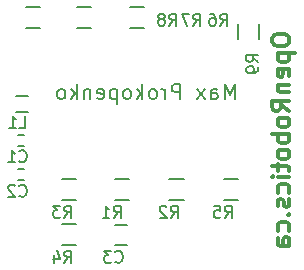
<source format=gbo>
G04 #@! TF.FileFunction,Legend,Bot*
%FSLAX46Y46*%
G04 Gerber Fmt 4.6, Leading zero omitted, Abs format (unit mm)*
G04 Created by KiCad (PCBNEW 4.0.1-stable) date 3/22/2016 7:23:55 PM*
%MOMM*%
G01*
G04 APERTURE LIST*
%ADD10C,0.100000*%
%ADD11C,0.203200*%
%ADD12C,0.300000*%
%ADD13C,0.150000*%
G04 APERTURE END LIST*
D10*
D11*
X183236810Y-88204524D02*
X183236810Y-86934524D01*
X182813477Y-87841667D01*
X182390143Y-86934524D01*
X182390143Y-88204524D01*
X181241095Y-88204524D02*
X181241095Y-87539286D01*
X181301572Y-87418333D01*
X181422524Y-87357857D01*
X181664429Y-87357857D01*
X181785381Y-87418333D01*
X181241095Y-88144048D02*
X181362048Y-88204524D01*
X181664429Y-88204524D01*
X181785381Y-88144048D01*
X181845857Y-88023095D01*
X181845857Y-87902143D01*
X181785381Y-87781190D01*
X181664429Y-87720714D01*
X181362048Y-87720714D01*
X181241095Y-87660238D01*
X180757285Y-88204524D02*
X180092047Y-87357857D01*
X180757285Y-87357857D02*
X180092047Y-88204524D01*
X178640619Y-88204524D02*
X178640619Y-86934524D01*
X178156810Y-86934524D01*
X178035857Y-86995000D01*
X177975381Y-87055476D01*
X177914905Y-87176429D01*
X177914905Y-87357857D01*
X177975381Y-87478810D01*
X178035857Y-87539286D01*
X178156810Y-87599762D01*
X178640619Y-87599762D01*
X177370619Y-88204524D02*
X177370619Y-87357857D01*
X177370619Y-87599762D02*
X177310143Y-87478810D01*
X177249667Y-87418333D01*
X177128714Y-87357857D01*
X177007762Y-87357857D01*
X176403000Y-88204524D02*
X176523953Y-88144048D01*
X176584429Y-88083571D01*
X176644905Y-87962619D01*
X176644905Y-87599762D01*
X176584429Y-87478810D01*
X176523953Y-87418333D01*
X176403000Y-87357857D01*
X176221572Y-87357857D01*
X176100620Y-87418333D01*
X176040143Y-87478810D01*
X175979667Y-87599762D01*
X175979667Y-87962619D01*
X176040143Y-88083571D01*
X176100620Y-88144048D01*
X176221572Y-88204524D01*
X176403000Y-88204524D01*
X175435381Y-88204524D02*
X175435381Y-86934524D01*
X175314429Y-87720714D02*
X174951572Y-88204524D01*
X174951572Y-87357857D02*
X175435381Y-87841667D01*
X174225857Y-88204524D02*
X174346810Y-88144048D01*
X174407286Y-88083571D01*
X174467762Y-87962619D01*
X174467762Y-87599762D01*
X174407286Y-87478810D01*
X174346810Y-87418333D01*
X174225857Y-87357857D01*
X174044429Y-87357857D01*
X173923477Y-87418333D01*
X173863000Y-87478810D01*
X173802524Y-87599762D01*
X173802524Y-87962619D01*
X173863000Y-88083571D01*
X173923477Y-88144048D01*
X174044429Y-88204524D01*
X174225857Y-88204524D01*
X173258238Y-87357857D02*
X173258238Y-88627857D01*
X173258238Y-87418333D02*
X173137286Y-87357857D01*
X172895381Y-87357857D01*
X172774429Y-87418333D01*
X172713952Y-87478810D01*
X172653476Y-87599762D01*
X172653476Y-87962619D01*
X172713952Y-88083571D01*
X172774429Y-88144048D01*
X172895381Y-88204524D01*
X173137286Y-88204524D01*
X173258238Y-88144048D01*
X171625381Y-88144048D02*
X171746333Y-88204524D01*
X171988238Y-88204524D01*
X172109190Y-88144048D01*
X172169666Y-88023095D01*
X172169666Y-87539286D01*
X172109190Y-87418333D01*
X171988238Y-87357857D01*
X171746333Y-87357857D01*
X171625381Y-87418333D01*
X171564904Y-87539286D01*
X171564904Y-87660238D01*
X172169666Y-87781190D01*
X171020619Y-87357857D02*
X171020619Y-88204524D01*
X171020619Y-87478810D02*
X170960143Y-87418333D01*
X170839190Y-87357857D01*
X170657762Y-87357857D01*
X170536810Y-87418333D01*
X170476333Y-87539286D01*
X170476333Y-88204524D01*
X169871571Y-88204524D02*
X169871571Y-86934524D01*
X169750619Y-87720714D02*
X169387762Y-88204524D01*
X169387762Y-87357857D02*
X169871571Y-87841667D01*
X168662047Y-88204524D02*
X168783000Y-88144048D01*
X168843476Y-88083571D01*
X168903952Y-87962619D01*
X168903952Y-87599762D01*
X168843476Y-87478810D01*
X168783000Y-87418333D01*
X168662047Y-87357857D01*
X168480619Y-87357857D01*
X168359667Y-87418333D01*
X168299190Y-87478810D01*
X168238714Y-87599762D01*
X168238714Y-87962619D01*
X168299190Y-88083571D01*
X168359667Y-88144048D01*
X168480619Y-88204524D01*
X168662047Y-88204524D01*
D12*
X186376571Y-83051142D02*
X186376571Y-83336856D01*
X186448000Y-83479714D01*
X186590857Y-83622571D01*
X186876571Y-83693999D01*
X187376571Y-83693999D01*
X187662286Y-83622571D01*
X187805143Y-83479714D01*
X187876571Y-83336856D01*
X187876571Y-83051142D01*
X187805143Y-82908285D01*
X187662286Y-82765428D01*
X187376571Y-82693999D01*
X186876571Y-82693999D01*
X186590857Y-82765428D01*
X186448000Y-82908285D01*
X186376571Y-83051142D01*
X186876571Y-84336857D02*
X188376571Y-84336857D01*
X186948000Y-84336857D02*
X186876571Y-84479714D01*
X186876571Y-84765428D01*
X186948000Y-84908285D01*
X187019429Y-84979714D01*
X187162286Y-85051143D01*
X187590857Y-85051143D01*
X187733714Y-84979714D01*
X187805143Y-84908285D01*
X187876571Y-84765428D01*
X187876571Y-84479714D01*
X187805143Y-84336857D01*
X187805143Y-86265428D02*
X187876571Y-86122571D01*
X187876571Y-85836857D01*
X187805143Y-85694000D01*
X187662286Y-85622571D01*
X187090857Y-85622571D01*
X186948000Y-85694000D01*
X186876571Y-85836857D01*
X186876571Y-86122571D01*
X186948000Y-86265428D01*
X187090857Y-86336857D01*
X187233714Y-86336857D01*
X187376571Y-85622571D01*
X186876571Y-86979714D02*
X187876571Y-86979714D01*
X187019429Y-86979714D02*
X186948000Y-87051142D01*
X186876571Y-87194000D01*
X186876571Y-87408285D01*
X186948000Y-87551142D01*
X187090857Y-87622571D01*
X187876571Y-87622571D01*
X187876571Y-89194000D02*
X187162286Y-88694000D01*
X187876571Y-88336857D02*
X186376571Y-88336857D01*
X186376571Y-88908285D01*
X186448000Y-89051143D01*
X186519429Y-89122571D01*
X186662286Y-89194000D01*
X186876571Y-89194000D01*
X187019429Y-89122571D01*
X187090857Y-89051143D01*
X187162286Y-88908285D01*
X187162286Y-88336857D01*
X187876571Y-90051143D02*
X187805143Y-89908285D01*
X187733714Y-89836857D01*
X187590857Y-89765428D01*
X187162286Y-89765428D01*
X187019429Y-89836857D01*
X186948000Y-89908285D01*
X186876571Y-90051143D01*
X186876571Y-90265428D01*
X186948000Y-90408285D01*
X187019429Y-90479714D01*
X187162286Y-90551143D01*
X187590857Y-90551143D01*
X187733714Y-90479714D01*
X187805143Y-90408285D01*
X187876571Y-90265428D01*
X187876571Y-90051143D01*
X187876571Y-91194000D02*
X186376571Y-91194000D01*
X186948000Y-91194000D02*
X186876571Y-91336857D01*
X186876571Y-91622571D01*
X186948000Y-91765428D01*
X187019429Y-91836857D01*
X187162286Y-91908286D01*
X187590857Y-91908286D01*
X187733714Y-91836857D01*
X187805143Y-91765428D01*
X187876571Y-91622571D01*
X187876571Y-91336857D01*
X187805143Y-91194000D01*
X187876571Y-92765429D02*
X187805143Y-92622571D01*
X187733714Y-92551143D01*
X187590857Y-92479714D01*
X187162286Y-92479714D01*
X187019429Y-92551143D01*
X186948000Y-92622571D01*
X186876571Y-92765429D01*
X186876571Y-92979714D01*
X186948000Y-93122571D01*
X187019429Y-93194000D01*
X187162286Y-93265429D01*
X187590857Y-93265429D01*
X187733714Y-93194000D01*
X187805143Y-93122571D01*
X187876571Y-92979714D01*
X187876571Y-92765429D01*
X186876571Y-93694000D02*
X186876571Y-94265429D01*
X186376571Y-93908286D02*
X187662286Y-93908286D01*
X187805143Y-93979714D01*
X187876571Y-94122572D01*
X187876571Y-94265429D01*
X187876571Y-94765429D02*
X186876571Y-94765429D01*
X186376571Y-94765429D02*
X186448000Y-94694000D01*
X186519429Y-94765429D01*
X186448000Y-94836857D01*
X186376571Y-94765429D01*
X186519429Y-94765429D01*
X187805143Y-96122572D02*
X187876571Y-95979715D01*
X187876571Y-95694001D01*
X187805143Y-95551143D01*
X187733714Y-95479715D01*
X187590857Y-95408286D01*
X187162286Y-95408286D01*
X187019429Y-95479715D01*
X186948000Y-95551143D01*
X186876571Y-95694001D01*
X186876571Y-95979715D01*
X186948000Y-96122572D01*
X187805143Y-96694000D02*
X187876571Y-96836857D01*
X187876571Y-97122572D01*
X187805143Y-97265429D01*
X187662286Y-97336857D01*
X187590857Y-97336857D01*
X187448000Y-97265429D01*
X187376571Y-97122572D01*
X187376571Y-96908286D01*
X187305143Y-96765429D01*
X187162286Y-96694000D01*
X187090857Y-96694000D01*
X186948000Y-96765429D01*
X186876571Y-96908286D01*
X186876571Y-97122572D01*
X186948000Y-97265429D01*
X187733714Y-97979715D02*
X187805143Y-98051143D01*
X187876571Y-97979715D01*
X187805143Y-97908286D01*
X187733714Y-97979715D01*
X187876571Y-97979715D01*
X187805143Y-99336858D02*
X187876571Y-99194001D01*
X187876571Y-98908287D01*
X187805143Y-98765429D01*
X187733714Y-98694001D01*
X187590857Y-98622572D01*
X187162286Y-98622572D01*
X187019429Y-98694001D01*
X186948000Y-98765429D01*
X186876571Y-98908287D01*
X186876571Y-99194001D01*
X186948000Y-99336858D01*
X187876571Y-100622572D02*
X187090857Y-100622572D01*
X186948000Y-100551143D01*
X186876571Y-100408286D01*
X186876571Y-100122572D01*
X186948000Y-99979715D01*
X187805143Y-100622572D02*
X187876571Y-100479715D01*
X187876571Y-100122572D01*
X187805143Y-99979715D01*
X187662286Y-99908286D01*
X187519429Y-99908286D01*
X187376571Y-99979715D01*
X187305143Y-100122572D01*
X187305143Y-100479715D01*
X187233714Y-100622572D01*
D13*
X165715000Y-87971000D02*
X164715000Y-87971000D01*
X164715000Y-89321000D02*
X165715000Y-89321000D01*
X174125000Y-100545000D02*
X173125000Y-100545000D01*
X173125000Y-98845000D02*
X174125000Y-98845000D01*
X174275000Y-95010000D02*
X173075000Y-95010000D01*
X173075000Y-96760000D02*
X174275000Y-96760000D01*
X177708000Y-96760000D02*
X178908000Y-96760000D01*
X178908000Y-95010000D02*
X177708000Y-95010000D01*
X168630000Y-96760000D02*
X169830000Y-96760000D01*
X169830000Y-95010000D02*
X168630000Y-95010000D01*
X168625000Y-100570000D02*
X169825000Y-100570000D01*
X169825000Y-98820000D02*
X168625000Y-98820000D01*
X183546000Y-95010000D02*
X182346000Y-95010000D01*
X182346000Y-96760000D02*
X183546000Y-96760000D01*
X174345000Y-82155000D02*
X175545000Y-82155000D01*
X175545000Y-80405000D02*
X174345000Y-80405000D01*
X171100000Y-80405000D02*
X169900000Y-80405000D01*
X169900000Y-82155000D02*
X171100000Y-82155000D01*
X165582000Y-82155000D02*
X166782000Y-82155000D01*
X166782000Y-80405000D02*
X165582000Y-80405000D01*
X164935000Y-91219000D02*
X165435000Y-91219000D01*
X165435000Y-92169000D02*
X164935000Y-92169000D01*
X164935000Y-94140000D02*
X165435000Y-94140000D01*
X165435000Y-95090000D02*
X164935000Y-95090000D01*
X185279000Y-83084000D02*
X185279000Y-81884000D01*
X183529000Y-81884000D02*
X183529000Y-83084000D01*
X165012666Y-90622381D02*
X165488857Y-90622381D01*
X165488857Y-89622381D01*
X164155523Y-90622381D02*
X164726952Y-90622381D01*
X164441238Y-90622381D02*
X164441238Y-89622381D01*
X164536476Y-89765238D01*
X164631714Y-89860476D01*
X164726952Y-89908095D01*
X173140666Y-101957143D02*
X173188285Y-102004762D01*
X173331142Y-102052381D01*
X173426380Y-102052381D01*
X173569238Y-102004762D01*
X173664476Y-101909524D01*
X173712095Y-101814286D01*
X173759714Y-101623810D01*
X173759714Y-101480952D01*
X173712095Y-101290476D01*
X173664476Y-101195238D01*
X173569238Y-101100000D01*
X173426380Y-101052381D01*
X173331142Y-101052381D01*
X173188285Y-101100000D01*
X173140666Y-101147619D01*
X172807333Y-101052381D02*
X172188285Y-101052381D01*
X172521619Y-101433333D01*
X172378761Y-101433333D01*
X172283523Y-101480952D01*
X172235904Y-101528571D01*
X172188285Y-101623810D01*
X172188285Y-101861905D01*
X172235904Y-101957143D01*
X172283523Y-102004762D01*
X172378761Y-102052381D01*
X172664476Y-102052381D01*
X172759714Y-102004762D01*
X172807333Y-101957143D01*
X173013666Y-98242381D02*
X173347000Y-97766190D01*
X173585095Y-98242381D02*
X173585095Y-97242381D01*
X173204142Y-97242381D01*
X173108904Y-97290000D01*
X173061285Y-97337619D01*
X173013666Y-97432857D01*
X173013666Y-97575714D01*
X173061285Y-97670952D01*
X173108904Y-97718571D01*
X173204142Y-97766190D01*
X173585095Y-97766190D01*
X172061285Y-98242381D02*
X172632714Y-98242381D01*
X172347000Y-98242381D02*
X172347000Y-97242381D01*
X172442238Y-97385238D01*
X172537476Y-97480476D01*
X172632714Y-97528095D01*
X177839666Y-98242381D02*
X178173000Y-97766190D01*
X178411095Y-98242381D02*
X178411095Y-97242381D01*
X178030142Y-97242381D01*
X177934904Y-97290000D01*
X177887285Y-97337619D01*
X177839666Y-97432857D01*
X177839666Y-97575714D01*
X177887285Y-97670952D01*
X177934904Y-97718571D01*
X178030142Y-97766190D01*
X178411095Y-97766190D01*
X177458714Y-97337619D02*
X177411095Y-97290000D01*
X177315857Y-97242381D01*
X177077761Y-97242381D01*
X176982523Y-97290000D01*
X176934904Y-97337619D01*
X176887285Y-97432857D01*
X176887285Y-97528095D01*
X176934904Y-97670952D01*
X177506333Y-98242381D01*
X176887285Y-98242381D01*
X168822666Y-98242381D02*
X169156000Y-97766190D01*
X169394095Y-98242381D02*
X169394095Y-97242381D01*
X169013142Y-97242381D01*
X168917904Y-97290000D01*
X168870285Y-97337619D01*
X168822666Y-97432857D01*
X168822666Y-97575714D01*
X168870285Y-97670952D01*
X168917904Y-97718571D01*
X169013142Y-97766190D01*
X169394095Y-97766190D01*
X168489333Y-97242381D02*
X167870285Y-97242381D01*
X168203619Y-97623333D01*
X168060761Y-97623333D01*
X167965523Y-97670952D01*
X167917904Y-97718571D01*
X167870285Y-97813810D01*
X167870285Y-98051905D01*
X167917904Y-98147143D01*
X167965523Y-98194762D01*
X168060761Y-98242381D01*
X168346476Y-98242381D01*
X168441714Y-98194762D01*
X168489333Y-98147143D01*
X168822666Y-102052381D02*
X169156000Y-101576190D01*
X169394095Y-102052381D02*
X169394095Y-101052381D01*
X169013142Y-101052381D01*
X168917904Y-101100000D01*
X168870285Y-101147619D01*
X168822666Y-101242857D01*
X168822666Y-101385714D01*
X168870285Y-101480952D01*
X168917904Y-101528571D01*
X169013142Y-101576190D01*
X169394095Y-101576190D01*
X167965523Y-101385714D02*
X167965523Y-102052381D01*
X168203619Y-101004762D02*
X168441714Y-101719048D01*
X167822666Y-101719048D01*
X182411666Y-98242381D02*
X182745000Y-97766190D01*
X182983095Y-98242381D02*
X182983095Y-97242381D01*
X182602142Y-97242381D01*
X182506904Y-97290000D01*
X182459285Y-97337619D01*
X182411666Y-97432857D01*
X182411666Y-97575714D01*
X182459285Y-97670952D01*
X182506904Y-97718571D01*
X182602142Y-97766190D01*
X182983095Y-97766190D01*
X181506904Y-97242381D02*
X181983095Y-97242381D01*
X182030714Y-97718571D01*
X181983095Y-97670952D01*
X181887857Y-97623333D01*
X181649761Y-97623333D01*
X181554523Y-97670952D01*
X181506904Y-97718571D01*
X181459285Y-97813810D01*
X181459285Y-98051905D01*
X181506904Y-98147143D01*
X181554523Y-98194762D01*
X181649761Y-98242381D01*
X181887857Y-98242381D01*
X181983095Y-98194762D01*
X182030714Y-98147143D01*
X182030666Y-81986381D02*
X182364000Y-81510190D01*
X182602095Y-81986381D02*
X182602095Y-80986381D01*
X182221142Y-80986381D01*
X182125904Y-81034000D01*
X182078285Y-81081619D01*
X182030666Y-81176857D01*
X182030666Y-81319714D01*
X182078285Y-81414952D01*
X182125904Y-81462571D01*
X182221142Y-81510190D01*
X182602095Y-81510190D01*
X181173523Y-80986381D02*
X181364000Y-80986381D01*
X181459238Y-81034000D01*
X181506857Y-81081619D01*
X181602095Y-81224476D01*
X181649714Y-81414952D01*
X181649714Y-81795905D01*
X181602095Y-81891143D01*
X181554476Y-81938762D01*
X181459238Y-81986381D01*
X181268761Y-81986381D01*
X181173523Y-81938762D01*
X181125904Y-81891143D01*
X181078285Y-81795905D01*
X181078285Y-81557810D01*
X181125904Y-81462571D01*
X181173523Y-81414952D01*
X181268761Y-81367333D01*
X181459238Y-81367333D01*
X181554476Y-81414952D01*
X181602095Y-81462571D01*
X181649714Y-81557810D01*
X179744666Y-81986381D02*
X180078000Y-81510190D01*
X180316095Y-81986381D02*
X180316095Y-80986381D01*
X179935142Y-80986381D01*
X179839904Y-81034000D01*
X179792285Y-81081619D01*
X179744666Y-81176857D01*
X179744666Y-81319714D01*
X179792285Y-81414952D01*
X179839904Y-81462571D01*
X179935142Y-81510190D01*
X180316095Y-81510190D01*
X179411333Y-80986381D02*
X178744666Y-80986381D01*
X179173238Y-81986381D01*
X177712666Y-81986381D02*
X178046000Y-81510190D01*
X178284095Y-81986381D02*
X178284095Y-80986381D01*
X177903142Y-80986381D01*
X177807904Y-81034000D01*
X177760285Y-81081619D01*
X177712666Y-81176857D01*
X177712666Y-81319714D01*
X177760285Y-81414952D01*
X177807904Y-81462571D01*
X177903142Y-81510190D01*
X178284095Y-81510190D01*
X177141238Y-81414952D02*
X177236476Y-81367333D01*
X177284095Y-81319714D01*
X177331714Y-81224476D01*
X177331714Y-81176857D01*
X177284095Y-81081619D01*
X177236476Y-81034000D01*
X177141238Y-80986381D01*
X176950761Y-80986381D01*
X176855523Y-81034000D01*
X176807904Y-81081619D01*
X176760285Y-81176857D01*
X176760285Y-81224476D01*
X176807904Y-81319714D01*
X176855523Y-81367333D01*
X176950761Y-81414952D01*
X177141238Y-81414952D01*
X177236476Y-81462571D01*
X177284095Y-81510190D01*
X177331714Y-81605429D01*
X177331714Y-81795905D01*
X177284095Y-81891143D01*
X177236476Y-81938762D01*
X177141238Y-81986381D01*
X176950761Y-81986381D01*
X176855523Y-81938762D01*
X176807904Y-81891143D01*
X176760285Y-81795905D01*
X176760285Y-81605429D01*
X176807904Y-81510190D01*
X176855523Y-81462571D01*
X176950761Y-81414952D01*
X165012666Y-93448143D02*
X165060285Y-93495762D01*
X165203142Y-93543381D01*
X165298380Y-93543381D01*
X165441238Y-93495762D01*
X165536476Y-93400524D01*
X165584095Y-93305286D01*
X165631714Y-93114810D01*
X165631714Y-92971952D01*
X165584095Y-92781476D01*
X165536476Y-92686238D01*
X165441238Y-92591000D01*
X165298380Y-92543381D01*
X165203142Y-92543381D01*
X165060285Y-92591000D01*
X165012666Y-92638619D01*
X164060285Y-93543381D02*
X164631714Y-93543381D01*
X164346000Y-93543381D02*
X164346000Y-92543381D01*
X164441238Y-92686238D01*
X164536476Y-92781476D01*
X164631714Y-92829095D01*
X165012666Y-96369143D02*
X165060285Y-96416762D01*
X165203142Y-96464381D01*
X165298380Y-96464381D01*
X165441238Y-96416762D01*
X165536476Y-96321524D01*
X165584095Y-96226286D01*
X165631714Y-96035810D01*
X165631714Y-95892952D01*
X165584095Y-95702476D01*
X165536476Y-95607238D01*
X165441238Y-95512000D01*
X165298380Y-95464381D01*
X165203142Y-95464381D01*
X165060285Y-95512000D01*
X165012666Y-95559619D01*
X164631714Y-95559619D02*
X164584095Y-95512000D01*
X164488857Y-95464381D01*
X164250761Y-95464381D01*
X164155523Y-95512000D01*
X164107904Y-95559619D01*
X164060285Y-95654857D01*
X164060285Y-95750095D01*
X164107904Y-95892952D01*
X164679333Y-96464381D01*
X164060285Y-96464381D01*
X185237381Y-85050334D02*
X184761190Y-84717000D01*
X185237381Y-84478905D02*
X184237381Y-84478905D01*
X184237381Y-84859858D01*
X184285000Y-84955096D01*
X184332619Y-85002715D01*
X184427857Y-85050334D01*
X184570714Y-85050334D01*
X184665952Y-85002715D01*
X184713571Y-84955096D01*
X184761190Y-84859858D01*
X184761190Y-84478905D01*
X185237381Y-85526524D02*
X185237381Y-85717000D01*
X185189762Y-85812239D01*
X185142143Y-85859858D01*
X184999286Y-85955096D01*
X184808810Y-86002715D01*
X184427857Y-86002715D01*
X184332619Y-85955096D01*
X184285000Y-85907477D01*
X184237381Y-85812239D01*
X184237381Y-85621762D01*
X184285000Y-85526524D01*
X184332619Y-85478905D01*
X184427857Y-85431286D01*
X184665952Y-85431286D01*
X184761190Y-85478905D01*
X184808810Y-85526524D01*
X184856429Y-85621762D01*
X184856429Y-85812239D01*
X184808810Y-85907477D01*
X184761190Y-85955096D01*
X184665952Y-86002715D01*
M02*

</source>
